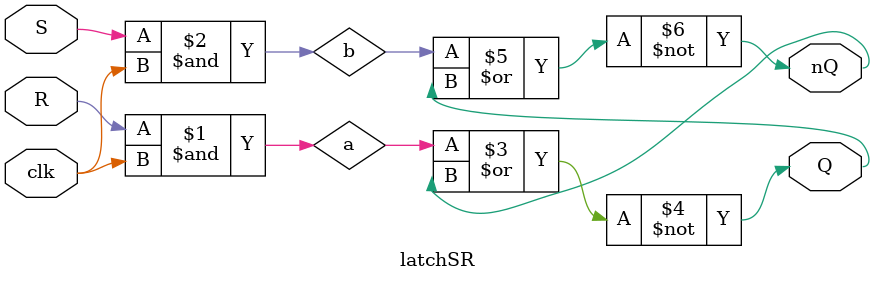
<source format=v>
module latchSR(
    R,
    clk,
    S,
    Q,
    nQ
);

//Defino Inputs
input R;
input clk;
input S;

//Defino Outputs
output Q;
output nQ;

//Defino variables
wire R,clk,S;
wire Q,nQ;

wire a,b;

//Code
and aR(a,R,clk);
and aS(b,S,clk);
nor n1(Q,a,nQ);
nor n2(nQ,b,Q);

endmodule
</source>
